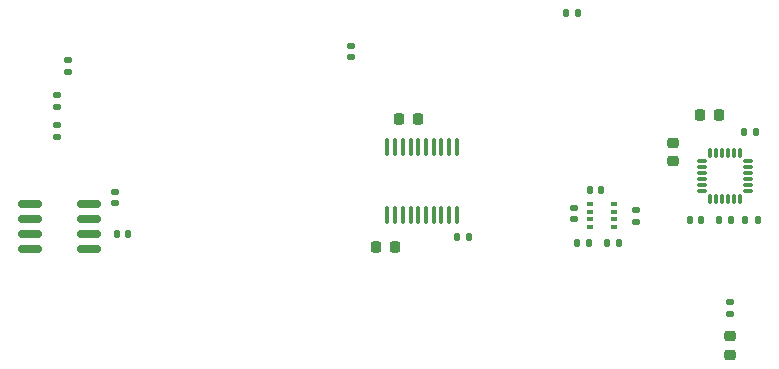
<source format=gbr>
%TF.GenerationSoftware,KiCad,Pcbnew,(6.0.7)*%
%TF.CreationDate,2023-01-28T09:16:53+03:00*%
%TF.ProjectId,Omarichet Sensor Shield 1.2,4f6d6172-6963-4686-9574-2053656e736f,rev?*%
%TF.SameCoordinates,Original*%
%TF.FileFunction,Paste,Top*%
%TF.FilePolarity,Positive*%
%FSLAX46Y46*%
G04 Gerber Fmt 4.6, Leading zero omitted, Abs format (unit mm)*
G04 Created by KiCad (PCBNEW (6.0.7)) date 2023-01-28 09:16:53*
%MOMM*%
%LPD*%
G01*
G04 APERTURE LIST*
G04 Aperture macros list*
%AMRoundRect*
0 Rectangle with rounded corners*
0 $1 Rounding radius*
0 $2 $3 $4 $5 $6 $7 $8 $9 X,Y pos of 4 corners*
0 Add a 4 corners polygon primitive as box body*
4,1,4,$2,$3,$4,$5,$6,$7,$8,$9,$2,$3,0*
0 Add four circle primitives for the rounded corners*
1,1,$1+$1,$2,$3*
1,1,$1+$1,$4,$5*
1,1,$1+$1,$6,$7*
1,1,$1+$1,$8,$9*
0 Add four rect primitives between the rounded corners*
20,1,$1+$1,$2,$3,$4,$5,0*
20,1,$1+$1,$4,$5,$6,$7,0*
20,1,$1+$1,$6,$7,$8,$9,0*
20,1,$1+$1,$8,$9,$2,$3,0*%
G04 Aperture macros list end*
%ADD10RoundRect,0.135000X-0.185000X0.135000X-0.185000X-0.135000X0.185000X-0.135000X0.185000X0.135000X0*%
%ADD11RoundRect,0.150000X-0.825000X-0.150000X0.825000X-0.150000X0.825000X0.150000X-0.825000X0.150000X0*%
%ADD12RoundRect,0.135000X-0.135000X-0.185000X0.135000X-0.185000X0.135000X0.185000X-0.135000X0.185000X0*%
%ADD13RoundRect,0.135000X0.185000X-0.135000X0.185000X0.135000X-0.185000X0.135000X-0.185000X-0.135000X0*%
%ADD14RoundRect,0.140000X-0.170000X0.140000X-0.170000X-0.140000X0.170000X-0.140000X0.170000X0.140000X0*%
%ADD15RoundRect,0.140000X0.170000X-0.140000X0.170000X0.140000X-0.170000X0.140000X-0.170000X-0.140000X0*%
%ADD16RoundRect,0.135000X0.135000X0.185000X-0.135000X0.185000X-0.135000X-0.185000X0.135000X-0.185000X0*%
%ADD17RoundRect,0.225000X-0.225000X-0.250000X0.225000X-0.250000X0.225000X0.250000X-0.225000X0.250000X0*%
%ADD18R,0.500000X0.350000*%
%ADD19RoundRect,0.140000X0.140000X0.170000X-0.140000X0.170000X-0.140000X-0.170000X0.140000X-0.170000X0*%
%ADD20RoundRect,0.140000X-0.140000X-0.170000X0.140000X-0.170000X0.140000X0.170000X-0.140000X0.170000X0*%
%ADD21RoundRect,0.075000X0.350000X0.075000X-0.350000X0.075000X-0.350000X-0.075000X0.350000X-0.075000X0*%
%ADD22RoundRect,0.075000X-0.075000X0.350000X-0.075000X-0.350000X0.075000X-0.350000X0.075000X0.350000X0*%
%ADD23RoundRect,0.225000X0.250000X-0.225000X0.250000X0.225000X-0.250000X0.225000X-0.250000X-0.225000X0*%
%ADD24RoundRect,0.100000X0.100000X-0.637500X0.100000X0.637500X-0.100000X0.637500X-0.100000X-0.637500X0*%
%ADD25RoundRect,0.218750X-0.256250X0.218750X-0.256250X-0.218750X0.256250X-0.218750X0.256250X0.218750X0*%
G04 APERTURE END LIST*
D10*
%TO.C,R8*%
X166000000Y-128767500D03*
X166000000Y-129787500D03*
%TD*%
D11*
%TO.C,U1*%
X106725000Y-120515000D03*
X106725000Y-121785000D03*
X106725000Y-123055000D03*
X106725000Y-124325000D03*
X111675000Y-124325000D03*
X111675000Y-123055000D03*
X111675000Y-121785000D03*
X111675000Y-120515000D03*
%TD*%
D12*
%TO.C,R9*%
X152087500Y-104302500D03*
X153107500Y-104302500D03*
%TD*%
D13*
%TO.C,R11*%
X109900000Y-109310000D03*
X109900000Y-108290000D03*
%TD*%
%TO.C,R7*%
X109000000Y-114810000D03*
X109000000Y-113790000D03*
%TD*%
D12*
%TO.C,R12*%
X142890000Y-123300000D03*
X143910000Y-123300000D03*
%TD*%
D14*
%TO.C,C2*%
X152815000Y-120835000D03*
X152815000Y-121795000D03*
%TD*%
D15*
%TO.C,C1*%
X113900000Y-120410000D03*
X113900000Y-119450000D03*
%TD*%
D14*
%TO.C,C11*%
X133910000Y-107090000D03*
X133910000Y-108050000D03*
%TD*%
D16*
%TO.C,R3*%
X154085000Y-123815000D03*
X153065000Y-123815000D03*
%TD*%
D12*
%TO.C,R5*%
X155565000Y-123825000D03*
X156585000Y-123825000D03*
%TD*%
D17*
%TO.C,C9*%
X136050000Y-124110000D03*
X137600000Y-124110000D03*
%TD*%
D18*
%TO.C,U2*%
X156150000Y-120490000D03*
X156150000Y-121140000D03*
X156150000Y-121790000D03*
X156150000Y-122440000D03*
X154100000Y-122440000D03*
X154100000Y-121790000D03*
X154100000Y-121140000D03*
X154100000Y-120490000D03*
%TD*%
D17*
%TO.C,C10*%
X137990000Y-113300000D03*
X139540000Y-113300000D03*
%TD*%
%TO.C,C7*%
X163475000Y-112970000D03*
X165025000Y-112970000D03*
%TD*%
D19*
%TO.C,C8*%
X163525000Y-121815000D03*
X162565000Y-121815000D03*
%TD*%
D20*
%TO.C,C4*%
X154105000Y-119315000D03*
X155065000Y-119315000D03*
%TD*%
D16*
%TO.C,R2*%
X166075000Y-121815000D03*
X165055000Y-121815000D03*
%TD*%
D10*
%TO.C,R4*%
X158065000Y-121045000D03*
X158065000Y-122065000D03*
%TD*%
D21*
%TO.C,U3*%
X167505000Y-119395000D03*
X167505000Y-118895000D03*
X167505000Y-118395000D03*
X167505000Y-117895000D03*
X167505000Y-117395000D03*
X167505000Y-116895000D03*
D22*
X166805000Y-116195000D03*
X166305000Y-116195000D03*
X165805000Y-116195000D03*
X165305000Y-116195000D03*
X164805000Y-116195000D03*
X164305000Y-116195000D03*
D21*
X163605000Y-116895000D03*
X163605000Y-117395000D03*
X163605000Y-117895000D03*
X163605000Y-118395000D03*
X163605000Y-118895000D03*
X163605000Y-119395000D03*
D22*
X164305000Y-120095000D03*
X164805000Y-120095000D03*
X165305000Y-120095000D03*
X165805000Y-120095000D03*
X166305000Y-120095000D03*
X166805000Y-120095000D03*
%TD*%
D23*
%TO.C,C6*%
X161135000Y-116865000D03*
X161135000Y-115315000D03*
%TD*%
D19*
%TO.C,C3*%
X168165000Y-114365000D03*
X167205000Y-114365000D03*
%TD*%
D24*
%TO.C,U5*%
X136985000Y-121412500D03*
X137635000Y-121412500D03*
X138285000Y-121412500D03*
X138935000Y-121412500D03*
X139585000Y-121412500D03*
X140235000Y-121412500D03*
X140885000Y-121412500D03*
X141535000Y-121412500D03*
X142185000Y-121412500D03*
X142835000Y-121412500D03*
X142835000Y-115687500D03*
X142185000Y-115687500D03*
X141535000Y-115687500D03*
X140885000Y-115687500D03*
X140235000Y-115687500D03*
X139585000Y-115687500D03*
X138935000Y-115687500D03*
X138285000Y-115687500D03*
X137635000Y-115687500D03*
X136985000Y-115687500D03*
%TD*%
D13*
%TO.C,R6*%
X109000000Y-112300000D03*
X109000000Y-111280000D03*
%TD*%
D12*
%TO.C,R1*%
X167295000Y-121815000D03*
X168315000Y-121815000D03*
%TD*%
D19*
%TO.C,C5*%
X115010000Y-123080000D03*
X114050000Y-123080000D03*
%TD*%
D25*
%TO.C,D1*%
X166000000Y-131712500D03*
X166000000Y-133287500D03*
%TD*%
M02*

</source>
